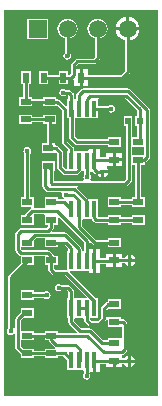
<source format=gtl>
G04 Layer_Physical_Order=1*
G04 Layer_Color=255*
%FSLAX44Y44*%
%MOMM*%
G71*
G01*
G75*
%ADD10R,0.6000X0.9000*%
%ADD11R,0.9000X0.6000*%
%ADD12R,0.4500X1.4500*%
%ADD13R,0.5000X0.6000*%
%ADD14C,0.2540*%
%ADD15R,0.9750X0.6750*%
%ADD16C,1.5000*%
%ADD17R,1.5000X1.5000*%
%ADD18C,0.4500*%
G36*
X395250Y231750D02*
X265500D01*
X264750Y232500D01*
Y559250D01*
X395250D01*
Y231750D01*
D02*
G37*
%LPC*%
G36*
X287330Y507150D02*
X279330D01*
Y496150D01*
X281015D01*
Y485210D01*
X277710D01*
Y477210D01*
X288710D01*
Y478895D01*
X298030D01*
Y477210D01*
X309030D01*
Y477210D01*
X310300Y477637D01*
X313916Y474021D01*
Y447040D01*
X314092Y446154D01*
X314593Y445403D01*
X319087Y440910D01*
X318636Y439640D01*
X318470D01*
Y424309D01*
X317200Y423943D01*
X314734Y426409D01*
Y438150D01*
X314558Y439036D01*
X314057Y439787D01*
X310367Y443477D01*
X309616Y443978D01*
X308730Y444155D01*
X307760D01*
Y445840D01*
X305844D01*
Y462210D01*
X309030D01*
Y470210D01*
X298030D01*
Y468525D01*
X288710D01*
Y470210D01*
X277710D01*
Y462210D01*
X288710D01*
Y463895D01*
X298030D01*
Y462210D01*
X301215D01*
Y445840D01*
X296760D01*
Y437840D01*
X307760D01*
Y437840D01*
X309030Y438267D01*
X310105Y437191D01*
Y425450D01*
X310282Y424564D01*
X310783Y423813D01*
X314863Y419733D01*
X315614Y419232D01*
X316500Y419055D01*
X326120D01*
X327006Y419232D01*
X327757Y419733D01*
X329857Y421833D01*
X330358Y422584D01*
X330382Y422702D01*
X331470Y423140D01*
X332038D01*
X332935Y422242D01*
Y419612D01*
X332907Y419593D01*
X332189Y418518D01*
X331936Y417250D01*
X332189Y415982D01*
X332621Y415335D01*
X332056Y414064D01*
X307115D01*
Y422840D01*
X307760D01*
Y430840D01*
X296760D01*
Y422840D01*
X297405D01*
Y409780D01*
X297582Y408894D01*
X298083Y408143D01*
X300843Y405383D01*
X301594Y404882D01*
X302480Y404706D01*
X313404D01*
X314122Y403436D01*
X313936Y402500D01*
X314189Y401232D01*
X314907Y400157D01*
X315584Y399705D01*
X315199Y398434D01*
X310300D01*
Y400120D01*
X299300D01*
Y392120D01*
X299300Y392120D01*
X299300D01*
X299300Y392120D01*
X299096Y390934D01*
X290184D01*
X289980Y392120D01*
X289980Y392205D01*
Y400120D01*
X286794D01*
Y437058D01*
X286823Y437077D01*
X287541Y438152D01*
X287794Y439420D01*
X287541Y440688D01*
X286823Y441763D01*
X285748Y442481D01*
X284480Y442734D01*
X283212Y442481D01*
X282137Y441763D01*
X281419Y440688D01*
X281166Y439420D01*
X281419Y438152D01*
X282137Y437077D01*
X282166Y437058D01*
Y400120D01*
X278980D01*
Y392120D01*
X287740D01*
X287865Y390850D01*
X287404Y390758D01*
X286653Y390257D01*
X282843Y386447D01*
X282342Y385696D01*
X282227Y385120D01*
X278980D01*
Y377120D01*
X289980D01*
Y385120D01*
X289980Y385120D01*
X289980D01*
X289980Y385120D01*
X290184Y386306D01*
X299096D01*
X299300Y385120D01*
X299300Y385120D01*
X299300Y385120D01*
Y377120D01*
X302486D01*
Y375609D01*
X301301Y374425D01*
X279400D01*
X278514Y374248D01*
X277763Y373747D01*
X275223Y371207D01*
X274722Y370456D01*
X274545Y369570D01*
Y355600D01*
X274722Y354714D01*
X275223Y353963D01*
X277763Y351423D01*
X278514Y350922D01*
X278980Y350829D01*
Y344363D01*
X268873Y334257D01*
X268372Y333506D01*
X268195Y332620D01*
Y289382D01*
X268167Y289363D01*
X267449Y288288D01*
X267196Y287020D01*
X267449Y285752D01*
X268167Y284677D01*
X269242Y283959D01*
X270510Y283706D01*
X271778Y283959D01*
X272853Y284677D01*
X273276Y285309D01*
X274545Y284924D01*
Y273050D01*
X274722Y272164D01*
X275223Y271413D01*
X278980Y267657D01*
Y264090D01*
X289980D01*
Y265776D01*
X299300D01*
Y264090D01*
X310300D01*
Y265776D01*
X315151D01*
X318470Y262457D01*
Y254230D01*
X323700D01*
X324970Y254230D01*
Y254230D01*
X324970D01*
X324970Y254230D01*
X331470D01*
X332435Y253495D01*
Y251612D01*
X332407Y251593D01*
X331689Y250518D01*
X331436Y249250D01*
X331689Y247982D01*
X332407Y246907D01*
X333482Y246189D01*
X334750Y245936D01*
X336018Y246189D01*
X337093Y246907D01*
X337811Y247982D01*
X338064Y249250D01*
X337811Y250518D01*
X337209Y251420D01*
X337450Y252283D01*
X337660Y252690D01*
X339950D01*
Y262480D01*
X342490D01*
Y252690D01*
X346010D01*
Y259426D01*
X351100D01*
Y256200D01*
X356870D01*
Y261740D01*
X359410D01*
Y256200D01*
X365180D01*
Y259186D01*
X366786D01*
X367547Y258047D01*
X369131Y256988D01*
X369730Y256869D01*
Y261500D01*
Y266131D01*
X369131Y266012D01*
X367547Y264953D01*
X366786Y263815D01*
X365180D01*
Y267063D01*
X365376Y267102D01*
X366127Y267603D01*
X368667Y270143D01*
X369168Y270894D01*
X369344Y271780D01*
Y293370D01*
X369168Y294256D01*
X368667Y295007D01*
X367277Y296397D01*
X366526Y296898D01*
X365640Y297075D01*
X363640D01*
Y298760D01*
X352835D01*
X352640Y298760D01*
X351564Y299230D01*
Y304999D01*
X351677Y305090D01*
X352640Y305760D01*
Y305760D01*
X352640Y305760D01*
X363640D01*
Y313760D01*
X352640D01*
Y312015D01*
X352054Y311898D01*
X351303Y311397D01*
X347613Y307707D01*
X347112Y306956D01*
X346936Y306070D01*
Y298139D01*
X344481Y295685D01*
X338779D01*
X337503Y296960D01*
X337930Y298121D01*
X338029Y298230D01*
X344470D01*
Y314730D01*
X342593D01*
X320447Y336877D01*
X320933Y338050D01*
X323700D01*
X324970Y338050D01*
Y338050D01*
X324970D01*
X324970Y338050D01*
X330200D01*
X331470Y338050D01*
Y338050D01*
X331470D01*
X331470Y338050D01*
X336430D01*
Y336510D01*
X339950D01*
Y346300D01*
Y356090D01*
X337034D01*
Y361613D01*
X338208Y362099D01*
X340113Y360193D01*
X340864Y359692D01*
X341750Y359515D01*
X352640D01*
Y357830D01*
X363640D01*
Y365830D01*
X352640D01*
Y364145D01*
X342709D01*
X330534Y376319D01*
Y381243D01*
X331470Y382050D01*
X337842Y382050D01*
X338414Y381932D01*
X339114Y381746D01*
X339583Y381043D01*
X341143Y379483D01*
X341894Y378982D01*
X342780Y378806D01*
X352640D01*
Y377120D01*
X363640D01*
Y378806D01*
X372960D01*
Y377120D01*
X383960D01*
Y385120D01*
X372960D01*
Y383434D01*
X363640D01*
Y385120D01*
X352640D01*
Y383434D01*
X344470D01*
Y398550D01*
X337970Y398550D01*
X336243Y398550D01*
X326628Y408166D01*
X327154Y409436D01*
X367500D01*
X368386Y409612D01*
X369137Y410113D01*
X372477Y413453D01*
X372978Y414204D01*
X373154Y415090D01*
Y427920D01*
X376146D01*
Y400120D01*
X372960D01*
Y398434D01*
X363640D01*
Y400120D01*
X352640D01*
Y392120D01*
X363640D01*
Y393806D01*
X372960D01*
Y392120D01*
X383960D01*
Y400120D01*
X380774D01*
Y427920D01*
X383960D01*
Y429665D01*
X384546Y429782D01*
X385297Y430283D01*
X387717Y432703D01*
X388218Y433454D01*
X388395Y434340D01*
Y473920D01*
X388218Y474806D01*
X387717Y475557D01*
X371417Y491857D01*
X370666Y492358D01*
X369780Y492534D01*
X331470D01*
X330584Y492358D01*
X329833Y491857D01*
X326583Y488606D01*
X326082Y487856D01*
X325905Y486970D01*
Y484447D01*
X324970Y483640D01*
X324034Y484447D01*
Y487270D01*
X323858Y488156D01*
X323357Y488907D01*
X321677Y490587D01*
X320926Y491088D01*
X320040Y491264D01*
X317322D01*
X317303Y491293D01*
X316228Y492011D01*
X314960Y492264D01*
X313692Y492011D01*
X312617Y491293D01*
X311899Y490218D01*
X311646Y488950D01*
X311899Y487682D01*
X312617Y486607D01*
X313692Y485889D01*
X314960Y485636D01*
X316228Y485889D01*
X317303Y486607D01*
X317322Y486636D01*
X319081D01*
X319405Y486311D01*
Y483640D01*
X318470D01*
Y477809D01*
X317200Y477283D01*
X311637Y482847D01*
X310886Y483348D01*
X310000Y483525D01*
X309030D01*
Y485210D01*
X298030D01*
Y483525D01*
X288710D01*
Y485210D01*
X285644D01*
Y496150D01*
X287330D01*
Y507150D01*
D02*
G37*
G36*
X372270Y266131D02*
Y262770D01*
X375631D01*
X375512Y263369D01*
X374453Y264953D01*
X372869Y266012D01*
X372270Y266131D01*
D02*
G37*
G36*
X372770Y351381D02*
Y348020D01*
X376131D01*
X376012Y348619D01*
X374953Y350203D01*
X373369Y351262D01*
X372770Y351381D01*
D02*
G37*
G36*
X346010Y356090D02*
X342490D01*
Y346300D01*
Y336510D01*
X346010D01*
Y343985D01*
X351100D01*
Y341290D01*
X356870D01*
Y346830D01*
Y352370D01*
X351100D01*
Y348615D01*
X346010D01*
Y356090D01*
D02*
G37*
G36*
X365180Y352370D02*
X359410D01*
Y346830D01*
Y341290D01*
X365180D01*
Y344436D01*
X367286D01*
X368047Y343297D01*
X369631Y342238D01*
X370230Y342119D01*
Y346750D01*
Y351381D01*
X369631Y351262D01*
X368047Y350203D01*
X367286Y349064D01*
X365180D01*
Y352370D01*
D02*
G37*
G36*
X376131Y345480D02*
X372770D01*
Y342119D01*
X373369Y342238D01*
X374953Y343297D01*
X376012Y344881D01*
X376131Y345480D01*
D02*
G37*
G36*
X375631Y260230D02*
X372270D01*
Y256869D01*
X372869Y256988D01*
X374453Y258047D01*
X375512Y259631D01*
X375631Y260230D01*
D02*
G37*
G36*
X301750Y551500D02*
X284750D01*
Y534500D01*
X301750D01*
Y551500D01*
D02*
G37*
G36*
X318650Y551573D02*
X316431Y551281D01*
X314363Y550425D01*
X312588Y549062D01*
X311225Y547287D01*
X310369Y545219D01*
X310077Y543000D01*
X310369Y540781D01*
X311225Y538713D01*
X312588Y536938D01*
X314363Y535575D01*
X316336Y534758D01*
Y522463D01*
X316157Y522343D01*
X315439Y521268D01*
X315186Y520000D01*
X315439Y518732D01*
X316157Y517657D01*
X317232Y516939D01*
X318500Y516686D01*
X319768Y516939D01*
X320843Y517657D01*
X321561Y518732D01*
X321814Y520000D01*
X321561Y521268D01*
X320965Y522161D01*
Y534758D01*
X322937Y535575D01*
X324712Y536938D01*
X326075Y538713D01*
X326931Y540781D01*
X327223Y543000D01*
X326931Y545219D01*
X326075Y547287D01*
X324712Y549062D01*
X322937Y550425D01*
X320869Y551281D01*
X318650Y551573D01*
D02*
G37*
G36*
X370720Y552959D02*
Y544270D01*
X379409D01*
X379232Y545621D01*
X378220Y548063D01*
X376611Y550161D01*
X374513Y551770D01*
X372071Y552782D01*
X370720Y552959D01*
D02*
G37*
G36*
X368180D02*
X366829Y552782D01*
X364387Y551770D01*
X362289Y550161D01*
X360680Y548063D01*
X359668Y545621D01*
X359491Y544270D01*
X368180D01*
Y552959D01*
D02*
G37*
G36*
X379409Y541730D02*
X359491D01*
X359668Y540379D01*
X360680Y537937D01*
X362289Y535839D01*
X364387Y534230D01*
X366829Y533218D01*
X367136Y533178D01*
Y507569D01*
X363531Y503965D01*
X335620D01*
Y508690D01*
X331350D01*
Y501650D01*
Y494610D01*
X335620D01*
Y499336D01*
X364490D01*
X365376Y499512D01*
X366127Y500013D01*
X371087Y504973D01*
X371588Y505724D01*
X371764Y506610D01*
Y533178D01*
X372071Y533218D01*
X374513Y534230D01*
X376611Y535839D01*
X378220Y537937D01*
X379232Y540379D01*
X379409Y541730D01*
D02*
G37*
G36*
X344050Y551573D02*
X341831Y551281D01*
X339763Y550425D01*
X337988Y549062D01*
X336625Y547287D01*
X335769Y545219D01*
X335477Y543000D01*
X335769Y540781D01*
X336625Y538713D01*
X337988Y536938D01*
X339763Y535575D01*
X341735Y534758D01*
Y518759D01*
X340541Y517565D01*
X326500D01*
X325614Y517388D01*
X324863Y516887D01*
X322213Y514237D01*
X321712Y513486D01*
X321535Y512600D01*
Y505149D01*
X320351Y503965D01*
X319080D01*
Y507150D01*
X311080D01*
Y503965D01*
X302330D01*
Y507150D01*
X294330D01*
Y496150D01*
X302330D01*
Y499336D01*
X311080D01*
Y496150D01*
X319080D01*
Y499336D01*
X321310D01*
X322196Y499512D01*
X322947Y500013D01*
X323367Y500434D01*
X324540Y499948D01*
Y494610D01*
X328810D01*
Y501650D01*
Y508690D01*
X326165D01*
Y511641D01*
X327459Y512935D01*
X341500D01*
X342386Y513112D01*
X343137Y513613D01*
X345687Y516163D01*
X346188Y516914D01*
X346365Y517800D01*
Y534758D01*
X348337Y535575D01*
X350112Y536938D01*
X351475Y538713D01*
X352331Y540781D01*
X352623Y543000D01*
X352331Y545219D01*
X351475Y547287D01*
X350112Y549062D01*
X348337Y550425D01*
X346269Y551281D01*
X344050Y551573D01*
D02*
G37*
%LPD*%
G36*
X299300Y342830D02*
X302486D01*
Y339090D01*
X302662Y338204D01*
X303163Y337453D01*
X305703Y334913D01*
X306454Y334412D01*
X307340Y334235D01*
X316541D01*
X334874Y315903D01*
X334388Y314730D01*
X331470D01*
Y314730D01*
X331470D01*
X331470Y314730D01*
X324970Y314730D01*
X324034Y315537D01*
Y320900D01*
X323858Y321786D01*
X323357Y322537D01*
X320407Y325487D01*
X319656Y325988D01*
X318770Y326165D01*
X313512D01*
X313493Y326193D01*
X312418Y326911D01*
X311150Y327164D01*
X309882Y326911D01*
X308807Y326193D01*
X308089Y325118D01*
X307836Y323850D01*
X308089Y322582D01*
X308807Y321507D01*
X309882Y320789D01*
X311150Y320536D01*
X312418Y320789D01*
X313493Y321507D01*
X313512Y321535D01*
X317811D01*
X319405Y319941D01*
Y314730D01*
X318470D01*
Y298230D01*
X319405D01*
Y294640D01*
X319582Y293754D01*
X320083Y293003D01*
X326509Y286578D01*
X326023Y285404D01*
X310300D01*
Y287090D01*
X299300D01*
Y285404D01*
X289980D01*
Y287090D01*
X279174D01*
Y296221D01*
X281333Y298380D01*
X289980D01*
Y306380D01*
X278980D01*
Y302573D01*
X275223Y298817D01*
X274722Y298066D01*
X274545Y297180D01*
Y290050D01*
X273276Y289479D01*
X272824Y289879D01*
Y331661D01*
X283993Y342830D01*
X289980D01*
Y350746D01*
X299300D01*
Y342830D01*
D02*
G37*
G36*
X331470Y298230D02*
X332406Y297423D01*
Y296470D01*
X332582Y295584D01*
X333083Y294833D01*
X336183Y291733D01*
X336934Y291232D01*
X337820Y291056D01*
X345440D01*
X346326Y291232D01*
X347077Y291733D01*
X350887Y295543D01*
X351388Y296294D01*
X352640Y296077D01*
Y290760D01*
X363640D01*
X363640Y290760D01*
Y290760D01*
X363640Y290760D01*
X364715Y290291D01*
Y281210D01*
X363640Y280740D01*
X363640Y280740D01*
Y280740D01*
X363640Y280740D01*
X352640D01*
Y279055D01*
X349059D01*
X339457Y288657D01*
X338706Y289158D01*
X337820Y289335D01*
X330299D01*
X324034Y295599D01*
Y297423D01*
X324970Y298230D01*
X326240Y298230D01*
X331470Y298230D01*
D02*
G37*
G36*
X299300Y279090D02*
X302547D01*
X302662Y278514D01*
X303163Y277763D01*
X306973Y273953D01*
X307724Y273452D01*
X308185Y273360D01*
X308060Y272090D01*
X299300D01*
Y270404D01*
X289980D01*
Y272090D01*
X281093D01*
X279174Y274009D01*
Y279090D01*
X289980D01*
Y280776D01*
X299300D01*
Y279090D01*
D02*
G37*
G36*
X332406Y362321D02*
Y355357D01*
X331470Y354550D01*
X330534Y355357D01*
Y356280D01*
X330358Y357166D01*
X329856Y357917D01*
X317837Y369937D01*
X317086Y370438D01*
X316200Y370615D01*
X305697D01*
X305211Y371788D01*
X306437Y373013D01*
X306938Y373764D01*
X307115Y374650D01*
Y377120D01*
X310300D01*
Y382767D01*
X311473Y383254D01*
X332406Y362321D01*
D02*
G37*
G36*
X377416Y474021D02*
Y468820D01*
X376150D01*
Y460820D01*
X377416D01*
Y450920D01*
X373154D01*
Y463630D01*
X373150Y463653D01*
Y468820D01*
X366150D01*
Y460820D01*
X368526D01*
Y416049D01*
X366541Y414064D01*
X338444D01*
X337879Y415335D01*
X338311Y415982D01*
X338564Y417250D01*
X338311Y418518D01*
X337593Y419593D01*
X337565Y419612D01*
Y421600D01*
X340377D01*
X341613Y420363D01*
X342364Y419862D01*
X343250Y419686D01*
X344036D01*
X344797Y418547D01*
X346381Y417488D01*
X346980Y417369D01*
Y422000D01*
X348250D01*
Y423270D01*
X352881D01*
X352762Y423869D01*
X351933Y425110D01*
X352372Y426236D01*
X352495Y426380D01*
X356870D01*
Y431920D01*
Y437460D01*
X351100D01*
Y434235D01*
X346010D01*
Y441180D01*
X342490D01*
Y431390D01*
X339950D01*
Y441180D01*
X336430D01*
Y440538D01*
X335532Y439640D01*
X331470Y439640D01*
X330200Y439640D01*
X324970D01*
X324034Y440447D01*
Y441550D01*
X323858Y442436D01*
X323357Y443187D01*
X318545Y447999D01*
Y467140D01*
X320266D01*
Y450850D01*
X320442Y449964D01*
X320943Y449213D01*
X324873Y445283D01*
X325624Y444782D01*
X326510Y444605D01*
X352640D01*
Y442920D01*
X363640D01*
Y450920D01*
X352640D01*
Y449235D01*
X327469D01*
X324894Y451809D01*
Y465901D01*
X324970Y467140D01*
X326240Y467140D01*
X330200D01*
X331470Y467140D01*
Y467140D01*
X331470D01*
X331470Y467140D01*
X336700D01*
X337970Y467140D01*
Y467140D01*
X337970D01*
X337970Y467140D01*
X344470D01*
Y473075D01*
X353044D01*
X353157Y472907D01*
X354232Y472189D01*
X355500Y471936D01*
X356768Y472189D01*
X357843Y472907D01*
X358561Y473982D01*
X358814Y475250D01*
X358561Y476518D01*
X357843Y477593D01*
X356768Y478311D01*
X355500Y478564D01*
X354232Y478311D01*
X353324Y477705D01*
X345368D01*
X344470Y478602D01*
Y483640D01*
X345551Y484095D01*
X367341D01*
X377416Y474021D01*
D02*
G37*
G36*
X299300Y365830D02*
Y357830D01*
X310300D01*
Y359515D01*
X316661D01*
X319405Y356771D01*
Y354550D01*
X318470D01*
Y339966D01*
X317500Y338865D01*
X308299D01*
X307115Y340049D01*
Y342830D01*
X310300D01*
Y350830D01*
X307053D01*
X306938Y351406D01*
X306437Y352157D01*
X303897Y354697D01*
X303146Y355198D01*
X302260Y355374D01*
X280359D01*
X279174Y356559D01*
Y357830D01*
X289980D01*
Y364057D01*
X291909Y365985D01*
X298094D01*
X299300Y365830D01*
D02*
G37*
%LPC*%
G36*
X365180Y437460D02*
X359410D01*
Y433190D01*
X365180D01*
Y437460D01*
D02*
G37*
G36*
Y430650D02*
X359410D01*
Y426380D01*
X365180D01*
Y430650D01*
D02*
G37*
G36*
X289980Y321380D02*
X278980D01*
Y313380D01*
X289980D01*
Y315186D01*
X298628D01*
X298647Y315157D01*
X299722Y314439D01*
X300990Y314186D01*
X302258Y314439D01*
X303333Y315157D01*
X304051Y316232D01*
X304304Y317500D01*
X304051Y318768D01*
X303333Y319843D01*
X302258Y320561D01*
X300990Y320814D01*
X299722Y320561D01*
X298647Y319843D01*
X298628Y319814D01*
X289980D01*
Y321380D01*
D02*
G37*
G36*
X352881Y420730D02*
X349520D01*
Y417369D01*
X350119Y417488D01*
X351703Y418547D01*
X352762Y420131D01*
X352881Y420730D01*
D02*
G37*
%LPD*%
D10*
X298330Y501650D02*
D03*
X283330D02*
D03*
X330080D02*
D03*
X315080D02*
D03*
D11*
X283210Y481210D02*
D03*
Y466210D02*
D03*
X303530Y481210D02*
D03*
Y466210D02*
D03*
X358140Y361830D02*
D03*
Y346830D02*
D03*
Y446920D02*
D03*
Y431920D02*
D03*
X304800Y396120D02*
D03*
Y381120D02*
D03*
Y346830D02*
D03*
Y361830D02*
D03*
X284480Y361830D02*
D03*
Y346830D02*
D03*
X302260Y441840D02*
D03*
Y426840D02*
D03*
X284480Y381120D02*
D03*
Y396120D02*
D03*
X378460Y381120D02*
D03*
Y396120D02*
D03*
X358140Y381120D02*
D03*
Y396120D02*
D03*
X284480Y302380D02*
D03*
Y317380D02*
D03*
X378460Y446920D02*
D03*
Y431920D02*
D03*
X358140Y276740D02*
D03*
Y261740D02*
D03*
X304800Y283090D02*
D03*
Y268090D02*
D03*
X358140Y309760D02*
D03*
Y294760D02*
D03*
X284480Y283090D02*
D03*
Y268090D02*
D03*
D12*
X321720Y346300D02*
D03*
X328220D02*
D03*
X334720D02*
D03*
X341220D02*
D03*
X321720Y390300D02*
D03*
X328220D02*
D03*
X334720D02*
D03*
X341220D02*
D03*
X321720Y431390D02*
D03*
X328220D02*
D03*
X334720D02*
D03*
X341220D02*
D03*
X321720Y475390D02*
D03*
X328220D02*
D03*
X334720D02*
D03*
X341220D02*
D03*
X321720Y262480D02*
D03*
X328220D02*
D03*
X334720D02*
D03*
X341220D02*
D03*
X321720Y306480D02*
D03*
X328220D02*
D03*
X334720D02*
D03*
X341220D02*
D03*
D13*
X379650Y464820D02*
D03*
X369650D02*
D03*
D14*
X358140Y346830D02*
X358220Y346750D01*
X371500D01*
X360620Y261500D02*
X371000D01*
X359500Y260380D02*
X360620Y261500D01*
X358140Y261740D02*
X359500Y260380D01*
X317250Y402500D02*
X323380D01*
X304800Y396120D02*
X315900D01*
X321720Y390300D01*
X334720D02*
Y396800D01*
X328220Y390300D02*
Y397660D01*
X321310Y501650D02*
X323850Y504190D01*
X315080Y501650D02*
X321310D01*
X341220Y306480D02*
Y312830D01*
X304800Y279400D02*
Y283090D01*
Y279400D02*
X308610Y275590D01*
X325120D01*
X328930Y271780D01*
X326120Y421370D02*
X328220Y423470D01*
X368300Y486410D02*
X379730Y474980D01*
Y449460D02*
Y474980D01*
X377190Y446920D02*
X379730Y449460D01*
X330080Y501650D02*
X364490D01*
X298330D02*
X315080D01*
X283210Y481210D02*
X303530D01*
X283330Y481330D02*
Y501650D01*
X328220Y486970D02*
X331470Y490220D01*
X337820Y486410D02*
X368300D01*
X334720Y483310D02*
X337820Y486410D01*
X378460Y431920D02*
X383660D01*
X386080Y434340D01*
X328220Y475390D02*
Y486970D01*
X334720Y475390D02*
Y483310D01*
X378460Y396120D02*
Y431920D01*
X358140Y396120D02*
X377190D01*
X302260Y441840D02*
X303530Y443110D01*
X283210Y466210D02*
X303530D01*
X328220Y423470D02*
Y431390D01*
X321720D02*
Y441550D01*
X310000Y481210D02*
X316230Y474980D01*
X303530Y481210D02*
X310000D01*
X358140Y381120D02*
X377190D01*
X341220Y382680D02*
Y390300D01*
Y382680D02*
X342780Y381120D01*
X358140D01*
X304800Y374650D02*
Y381120D01*
X302260Y372110D02*
X304800Y374650D01*
X279400Y372110D02*
X302260D01*
X276860Y369570D02*
X279400Y372110D01*
X304800Y346830D02*
Y350520D01*
X284480Y384810D02*
X288290Y388620D01*
X284480Y381120D02*
Y384810D01*
X341750Y361830D02*
X358140D01*
X284480D02*
X290950Y368300D01*
X282060Y302380D02*
X284480D01*
X281820Y268090D02*
X284480D01*
X328930Y261770D02*
Y271780D01*
X304800Y283090D02*
X335400D01*
X328220Y262480D02*
X328930Y261770D01*
X317500Y336550D02*
X341220Y312830D01*
X345440Y293370D02*
X349250Y297180D01*
X337820Y293370D02*
X345440D01*
X334720Y296470D02*
X337820Y293370D01*
X352940Y309760D02*
X358140D01*
X349250Y306070D02*
X352940Y309760D01*
X349250Y297180D02*
Y306070D01*
X334720Y296470D02*
Y306480D01*
X328220D02*
X334720D01*
X348100Y276740D02*
X358140D01*
X337820Y287020D02*
X348100Y276740D01*
X329340Y287020D02*
X337820D01*
X321720Y294640D02*
X329340Y287020D01*
X335400Y283090D02*
X349250Y269240D01*
X364490D01*
X367030Y271780D01*
Y293370D01*
X365640Y294760D02*
X367030Y293370D01*
X358140Y294760D02*
X365640D01*
X321720Y294640D02*
Y306480D01*
X284480Y283090D02*
X304800D01*
X316110Y268090D02*
X321720Y262480D01*
X304800Y268090D02*
X316110D01*
X284480D02*
X304800D01*
X341960Y261740D02*
X358140D01*
X341220Y346300D02*
X357610D01*
X341750Y431920D02*
X358140D01*
X284360Y396240D02*
X284480Y396120D01*
X304800Y339090D02*
Y346830D01*
Y339090D02*
X307340Y336550D01*
X317500D01*
X284360Y317500D02*
X284480Y317380D01*
X284360Y317500D02*
X300990D01*
X284360Y346710D02*
X284480Y346830D01*
X302260Y353060D02*
X304800Y350520D01*
X284360Y346710D02*
X284480Y346590D01*
X276860Y355600D02*
Y369570D01*
Y355600D02*
X279400Y353060D01*
X302260D01*
X276860Y273050D02*
X281820Y268090D01*
X276860Y273050D02*
Y297180D01*
X282060Y302380D01*
X270510Y332620D02*
X284480Y346590D01*
X270510Y287020D02*
Y332620D01*
X311150Y323850D02*
X318770D01*
X321720Y320900D01*
Y306480D02*
Y320900D01*
X314960Y488950D02*
X320040D01*
X321720Y487270D01*
Y475390D02*
Y487270D01*
X323380Y402500D02*
X328220Y397660D01*
X302480Y407020D02*
X324500D01*
X334720Y396800D01*
X335250Y417250D02*
Y430860D01*
X334720Y431390D02*
X335250Y430860D01*
X367500Y411750D02*
X370840Y415090D01*
X305500Y411750D02*
X367500D01*
X341220Y475390D02*
X355600D01*
X341220Y424030D02*
X343250Y422000D01*
X341220Y424030D02*
Y431390D01*
X343250Y422000D02*
X348250D01*
X369450Y506610D02*
Y543000D01*
X364490Y501650D02*
X369450Y506610D01*
X323850Y504190D02*
Y512600D01*
X326500Y515250D01*
X341500D01*
X344050Y517800D01*
Y543000D01*
X318650Y520150D02*
Y543000D01*
X318500Y520000D02*
X318650Y520150D01*
X370840Y415090D02*
Y463630D01*
X369650Y464820D02*
X370840Y463630D01*
X302260Y426840D02*
X304800Y424300D01*
X303530Y443110D02*
Y466210D01*
X316230Y447040D02*
X321720Y441550D01*
X316230Y447040D02*
Y474980D01*
X302260Y441840D02*
X308730D01*
X304800Y412450D02*
X305500Y411750D01*
X304800Y412450D02*
Y424300D01*
X322580Y450850D02*
Y474530D01*
Y450850D02*
X326510Y446920D01*
X358140D01*
X316500Y421370D02*
X326120D01*
X312420Y425450D02*
X316500Y421370D01*
X312420Y425450D02*
Y438150D01*
X308730Y441840D02*
X312420Y438150D01*
X299720Y409780D02*
Y424300D01*
Y409780D02*
X302480Y407020D01*
X284480Y396120D02*
Y439420D01*
X331470Y490220D02*
X369780D01*
X386080Y473920D01*
Y434340D02*
Y473920D01*
X304800Y361830D02*
X317620D01*
X321720Y357730D01*
Y346300D02*
Y357730D01*
X290950Y368300D02*
X316200D01*
X328220Y356280D01*
Y346300D02*
Y356280D01*
Y375360D02*
X341750Y361830D01*
X328220Y375360D02*
Y390300D01*
X288290Y388620D02*
X309380D01*
X334720Y363280D01*
Y346300D02*
Y363280D01*
Y262480D02*
X334750Y262450D01*
Y249250D02*
Y262450D01*
D15*
X378625Y439375D02*
D03*
D16*
X369450Y543000D02*
D03*
X344050D02*
D03*
X318650D02*
D03*
D17*
X293250D02*
D03*
D18*
X371500Y346750D02*
D03*
X371000Y261500D02*
D03*
X317250Y402500D02*
D03*
X300990Y317500D02*
D03*
X270510Y287020D02*
D03*
X311150Y323850D02*
D03*
X314960Y488950D02*
D03*
X355500Y475250D02*
D03*
X335250Y417250D02*
D03*
X348250Y422000D02*
D03*
X318500Y520000D02*
D03*
X284480Y439420D02*
D03*
X334750Y249250D02*
D03*
M02*

</source>
